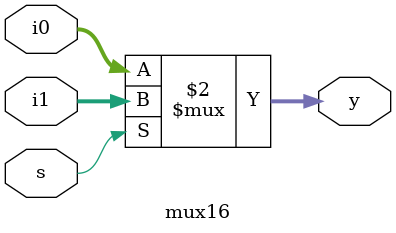
<source format=v>
module mux16(
	input [15:0] i1, i0,
	input s,
	output [15:0] y
);

	assign y = (s == 0) ? i0:i1;
	
endmodule

</source>
